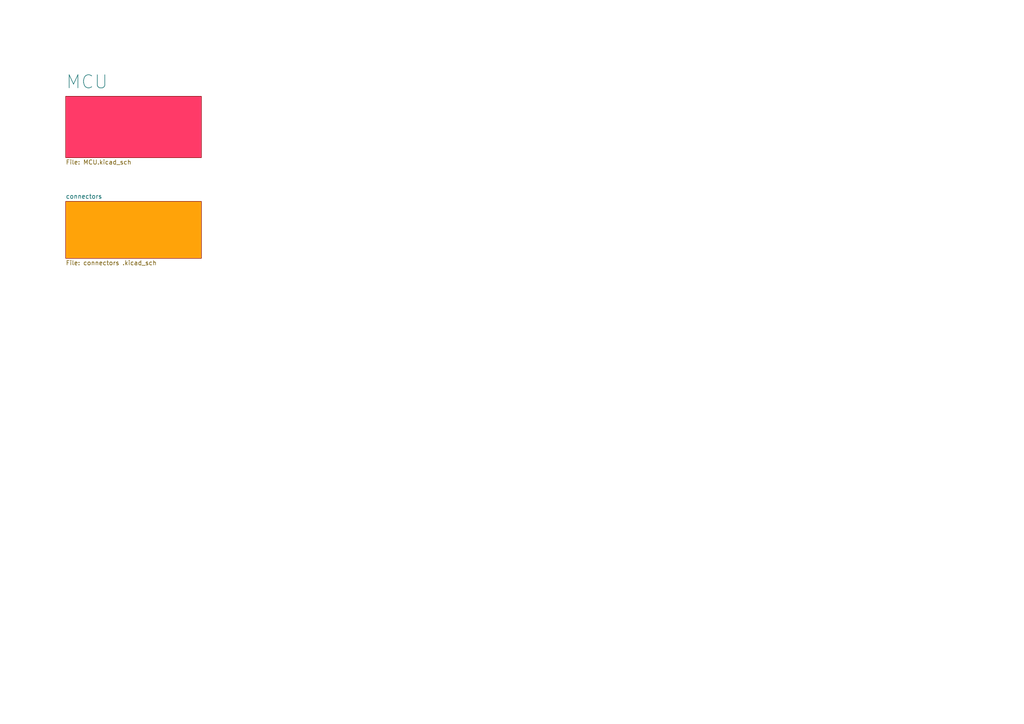
<source format=kicad_sch>
(kicad_sch
	(version 20231120)
	(generator "eeschema")
	(generator_version "8.0")
	(uuid "ce18678d-dec4-443f-9673-80cd47a8a0e4")
	(paper "A4")
	(lib_symbols)
	(sheet
		(at 19.05 58.42)
		(size 39.37 16.51)
		(fields_autoplaced yes)
		(stroke
			(width 0.1524)
			(type solid)
		)
		(fill
			(color 255 163 9 1.0000)
		)
		(uuid "ebe2b0be-74b4-459f-a986-7d7ab97494e5")
		(property "Sheetname" "connectors "
			(at 19.05 57.7084 0)
			(effects
				(font
					(size 1.27 1.27)
				)
				(justify left bottom)
			)
		)
		(property "Sheetfile" "connectors .kicad_sch"
			(at 19.05 75.5146 0)
			(effects
				(font
					(size 1.27 1.27)
				)
				(justify left top)
			)
		)
		(instances
			(project "SOM"
				(path "/ce18678d-dec4-443f-9673-80cd47a8a0e4"
					(page "5")
				)
			)
		)
	)
	(sheet
		(at 19.05 27.94)
		(size 39.37 17.78)
		(fields_autoplaced yes)
		(stroke
			(width 0.1524)
			(type solid)
		)
		(fill
			(color 255 58 104 1.0000)
		)
		(uuid "f56bd3ff-4d98-40e4-804d-2c46ad2b1bad")
		(property "Sheetname" "MCU"
			(at 19.05 25.9584 0)
			(effects
				(font
					(size 3.81 3.81)
				)
				(justify left bottom)
			)
		)
		(property "Sheetfile" "MCU.kicad_sch"
			(at 19.05 46.3046 0)
			(effects
				(font
					(size 1.27 1.27)
				)
				(justify left top)
			)
		)
		(instances
			(project "SOM"
				(path "/ce18678d-dec4-443f-9673-80cd47a8a0e4"
					(page "2")
				)
			)
		)
	)
	(sheet_instances
		(path "/"
			(page "1")
		)
	)
)

</source>
